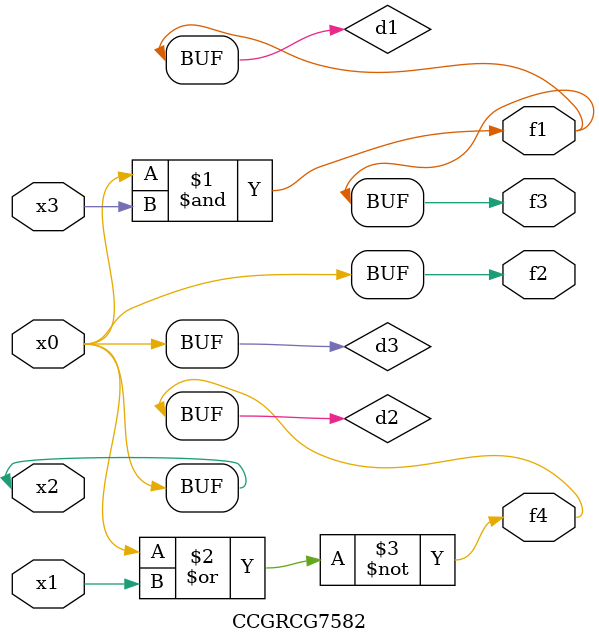
<source format=v>
module CCGRCG7582(
	input x0, x1, x2, x3,
	output f1, f2, f3, f4
);

	wire d1, d2, d3;

	and (d1, x2, x3);
	nor (d2, x0, x1);
	buf (d3, x0, x2);
	assign f1 = d1;
	assign f2 = d3;
	assign f3 = d1;
	assign f4 = d2;
endmodule

</source>
